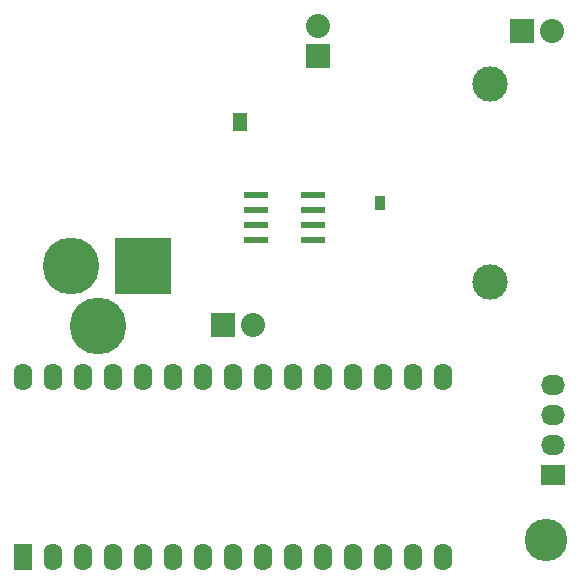
<source format=gbr>
G04 #@! TF.FileFunction,Soldermask,Bot*
%FSLAX46Y46*%
G04 Gerber Fmt 4.6, Leading zero omitted, Abs format (unit mm)*
G04 Created by KiCad (PCBNEW 4.0.2-stable) date Sunday, December 18, 2016 'PMt' 04:17:45 PM*
%MOMM*%
G01*
G04 APERTURE LIST*
%ADD10C,0.100000*%
%ADD11R,1.574800X2.286000*%
%ADD12O,1.574800X2.286000*%
%ADD13C,4.800600*%
%ADD14R,4.800600X4.800600*%
%ADD15C,3.600000*%
%ADD16C,3.000000*%
%ADD17R,0.910000X1.220000*%
%ADD18R,2.032000X2.032000*%
%ADD19O,2.032000X2.032000*%
%ADD20R,1.300000X1.500000*%
%ADD21R,2.000000X0.500000*%
%ADD22R,2.032000X1.727200*%
%ADD23O,2.032000X1.727200*%
G04 APERTURE END LIST*
D10*
D11*
X65950000Y-107620000D03*
D12*
X68490000Y-107620000D03*
X71030000Y-107620000D03*
X73570000Y-107620000D03*
X76110000Y-107620000D03*
X78650000Y-107620000D03*
X81190000Y-107620000D03*
X83730000Y-107620000D03*
X86270000Y-107620000D03*
X88810000Y-107620000D03*
X91350000Y-107620000D03*
X93890000Y-107620000D03*
X96430000Y-107620000D03*
X98970000Y-107620000D03*
X101510000Y-107620000D03*
X101510000Y-92380000D03*
X98970000Y-92380000D03*
X96430000Y-92380000D03*
X93890000Y-92380000D03*
X91350000Y-92380000D03*
X88810000Y-92380000D03*
X86270000Y-92380000D03*
X83730000Y-92380000D03*
X81190000Y-92380000D03*
X78650000Y-92380000D03*
X76110000Y-92380000D03*
X73570000Y-92380000D03*
X71030000Y-92380000D03*
X68490000Y-92380000D03*
X65950000Y-92380000D03*
D13*
X70000000Y-83000000D03*
D14*
X76096000Y-83000000D03*
D13*
X72286000Y-88080000D03*
D15*
X110250000Y-106250000D03*
D16*
X105500000Y-84400000D03*
X105500000Y-67600000D03*
D17*
X96135000Y-77700000D03*
D18*
X82900000Y-88000000D03*
D19*
X85440000Y-88000000D03*
D18*
X90900000Y-65200000D03*
D19*
X90900000Y-62660000D03*
D20*
X84300000Y-70850000D03*
D18*
X108200000Y-63100000D03*
D19*
X110740000Y-63100000D03*
D21*
X90500000Y-78265000D03*
X90500000Y-79535000D03*
X90500000Y-80805000D03*
X90500000Y-76995000D03*
X85700000Y-80805000D03*
X85700000Y-79535000D03*
X85700000Y-78265000D03*
X85700000Y-76995000D03*
D22*
X110800000Y-100700000D03*
D23*
X110800000Y-98160000D03*
X110800000Y-95620000D03*
X110800000Y-93080000D03*
M02*

</source>
